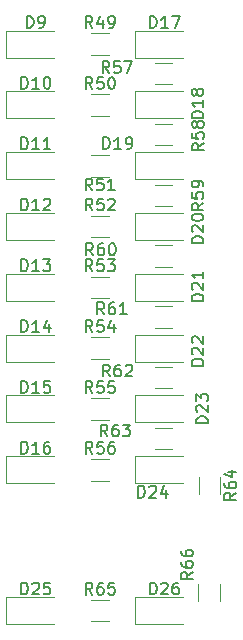
<source format=gbr>
%TF.GenerationSoftware,KiCad,Pcbnew,(6.0.6)*%
%TF.CreationDate,2022-11-26T14:52:17+01:00*%
%TF.ProjectId,wt,77742e6b-6963-4616-945f-706362585858,rev?*%
%TF.SameCoordinates,Original*%
%TF.FileFunction,Legend,Top*%
%TF.FilePolarity,Positive*%
%FSLAX46Y46*%
G04 Gerber Fmt 4.6, Leading zero omitted, Abs format (unit mm)*
G04 Created by KiCad (PCBNEW (6.0.6)) date 2022-11-26 14:52:17*
%MOMM*%
%LPD*%
G01*
G04 APERTURE LIST*
%ADD10C,0.150000*%
%ADD11C,0.120000*%
G04 APERTURE END LIST*
D10*
%TO.C,R65*%
X107586542Y-50450010D02*
X107253209Y-49973820D01*
X107015114Y-50450010D02*
X107015114Y-49450010D01*
X107396066Y-49450010D01*
X107491304Y-49497630D01*
X107538923Y-49545249D01*
X107586542Y-49640487D01*
X107586542Y-49783344D01*
X107538923Y-49878582D01*
X107491304Y-49926201D01*
X107396066Y-49973820D01*
X107015114Y-49973820D01*
X108443685Y-49450010D02*
X108253209Y-49450010D01*
X108157971Y-49497630D01*
X108110352Y-49545249D01*
X108015114Y-49688106D01*
X107967495Y-49878582D01*
X107967495Y-50259534D01*
X108015114Y-50354772D01*
X108062733Y-50402391D01*
X108157971Y-50450010D01*
X108348447Y-50450010D01*
X108443685Y-50402391D01*
X108491304Y-50354772D01*
X108538923Y-50259534D01*
X108538923Y-50021439D01*
X108491304Y-49926201D01*
X108443685Y-49878582D01*
X108348447Y-49830963D01*
X108157971Y-49830963D01*
X108062733Y-49878582D01*
X108015114Y-49926201D01*
X107967495Y-50021439D01*
X109443685Y-49450010D02*
X108967495Y-49450010D01*
X108919876Y-49926201D01*
X108967495Y-49878582D01*
X109062733Y-49830963D01*
X109300828Y-49830963D01*
X109396066Y-49878582D01*
X109443685Y-49926201D01*
X109491304Y-50021439D01*
X109491304Y-50259534D01*
X109443685Y-50354772D01*
X109396066Y-50402391D01*
X109300828Y-50450010D01*
X109062733Y-50450010D01*
X108967495Y-50402391D01*
X108919876Y-50354772D01*
%TO.C,D11*%
X101554114Y-12745980D02*
X101554114Y-11745980D01*
X101792209Y-11745980D01*
X101935066Y-11793600D01*
X102030304Y-11888838D01*
X102077923Y-11984076D01*
X102125542Y-12174552D01*
X102125542Y-12317409D01*
X102077923Y-12507885D01*
X102030304Y-12603123D01*
X101935066Y-12698361D01*
X101792209Y-12745980D01*
X101554114Y-12745980D01*
X103077923Y-12745980D02*
X102506495Y-12745980D01*
X102792209Y-12745980D02*
X102792209Y-11745980D01*
X102696971Y-11888838D01*
X102601733Y-11984076D01*
X102506495Y-12031695D01*
X104030304Y-12745980D02*
X103458876Y-12745980D01*
X103744590Y-12745980D02*
X103744590Y-11745980D01*
X103649352Y-11888838D01*
X103554114Y-11984076D01*
X103458876Y-12031695D01*
%TO.C,R53*%
X107586542Y-23075003D02*
X107253209Y-22598813D01*
X107015114Y-23075003D02*
X107015114Y-22075003D01*
X107396066Y-22075003D01*
X107491304Y-22122623D01*
X107538923Y-22170242D01*
X107586542Y-22265480D01*
X107586542Y-22408337D01*
X107538923Y-22503575D01*
X107491304Y-22551194D01*
X107396066Y-22598813D01*
X107015114Y-22598813D01*
X108491304Y-22075003D02*
X108015114Y-22075003D01*
X107967495Y-22551194D01*
X108015114Y-22503575D01*
X108110352Y-22455956D01*
X108348447Y-22455956D01*
X108443685Y-22503575D01*
X108491304Y-22551194D01*
X108538923Y-22646432D01*
X108538923Y-22884527D01*
X108491304Y-22979765D01*
X108443685Y-23027384D01*
X108348447Y-23075003D01*
X108110352Y-23075003D01*
X108015114Y-23027384D01*
X107967495Y-22979765D01*
X108872257Y-22075003D02*
X109491304Y-22075003D01*
X109157971Y-22455956D01*
X109300828Y-22455956D01*
X109396066Y-22503575D01*
X109443685Y-22551194D01*
X109491304Y-22646432D01*
X109491304Y-22884527D01*
X109443685Y-22979765D01*
X109396066Y-23027384D01*
X109300828Y-23075003D01*
X109015114Y-23075003D01*
X108919876Y-23027384D01*
X108872257Y-22979765D01*
%TO.C,D20*%
X116987580Y-20696085D02*
X115987580Y-20696085D01*
X115987580Y-20457990D01*
X116035200Y-20315133D01*
X116130438Y-20219895D01*
X116225676Y-20172276D01*
X116416152Y-20124657D01*
X116559009Y-20124657D01*
X116749485Y-20172276D01*
X116844723Y-20219895D01*
X116939961Y-20315133D01*
X116987580Y-20457990D01*
X116987580Y-20696085D01*
X116082819Y-19743704D02*
X116035200Y-19696085D01*
X115987580Y-19600847D01*
X115987580Y-19362752D01*
X116035200Y-19267514D01*
X116082819Y-19219895D01*
X116178057Y-19172276D01*
X116273295Y-19172276D01*
X116416152Y-19219895D01*
X116987580Y-19791323D01*
X116987580Y-19172276D01*
X115987580Y-18553228D02*
X115987580Y-18457990D01*
X116035200Y-18362752D01*
X116082819Y-18315133D01*
X116178057Y-18267514D01*
X116368533Y-18219895D01*
X116606628Y-18219895D01*
X116797104Y-18267514D01*
X116892342Y-18315133D01*
X116939961Y-18362752D01*
X116987580Y-18457990D01*
X116987580Y-18553228D01*
X116939961Y-18648466D01*
X116892342Y-18696085D01*
X116797104Y-18743704D01*
X116606628Y-18791323D01*
X116368533Y-18791323D01*
X116178057Y-18743704D01*
X116082819Y-18696085D01*
X116035200Y-18648466D01*
X115987580Y-18553228D01*
%TO.C,D17*%
X112450714Y-2475603D02*
X112450714Y-1475603D01*
X112688809Y-1475603D01*
X112831666Y-1523223D01*
X112926904Y-1618461D01*
X112974523Y-1713699D01*
X113022142Y-1904175D01*
X113022142Y-2047032D01*
X112974523Y-2237508D01*
X112926904Y-2332746D01*
X112831666Y-2427984D01*
X112688809Y-2475603D01*
X112450714Y-2475603D01*
X113974523Y-2475603D02*
X113403095Y-2475603D01*
X113688809Y-2475603D02*
X113688809Y-1475603D01*
X113593571Y-1618461D01*
X113498333Y-1713699D01*
X113403095Y-1761318D01*
X114307857Y-1475603D02*
X114974523Y-1475603D01*
X114545952Y-2475603D01*
%TO.C,D25*%
X101554048Y-50441718D02*
X101554048Y-49441718D01*
X101792143Y-49441718D01*
X101935000Y-49489338D01*
X102030238Y-49584576D01*
X102077857Y-49679814D01*
X102125476Y-49870290D01*
X102125476Y-50013147D01*
X102077857Y-50203623D01*
X102030238Y-50298861D01*
X101935000Y-50394099D01*
X101792143Y-50441718D01*
X101554048Y-50441718D01*
X102506429Y-49536957D02*
X102554048Y-49489338D01*
X102649286Y-49441718D01*
X102887381Y-49441718D01*
X102982619Y-49489338D01*
X103030238Y-49536957D01*
X103077857Y-49632195D01*
X103077857Y-49727433D01*
X103030238Y-49870290D01*
X102458810Y-50441718D01*
X103077857Y-50441718D01*
X103982619Y-49441718D02*
X103506429Y-49441718D01*
X103458810Y-49917909D01*
X103506429Y-49870290D01*
X103601667Y-49822671D01*
X103839762Y-49822671D01*
X103935000Y-49870290D01*
X103982619Y-49917909D01*
X104030238Y-50013147D01*
X104030238Y-50251242D01*
X103982619Y-50346480D01*
X103935000Y-50394099D01*
X103839762Y-50441718D01*
X103601667Y-50441718D01*
X103506429Y-50394099D01*
X103458810Y-50346480D01*
%TO.C,D10*%
X101554048Y-7623380D02*
X101554048Y-6623380D01*
X101792143Y-6623380D01*
X101935000Y-6671000D01*
X102030238Y-6766238D01*
X102077857Y-6861476D01*
X102125476Y-7051952D01*
X102125476Y-7194809D01*
X102077857Y-7385285D01*
X102030238Y-7480523D01*
X101935000Y-7575761D01*
X101792143Y-7623380D01*
X101554048Y-7623380D01*
X103077857Y-7623380D02*
X102506429Y-7623380D01*
X102792143Y-7623380D02*
X102792143Y-6623380D01*
X102696905Y-6766238D01*
X102601667Y-6861476D01*
X102506429Y-6909095D01*
X103696905Y-6623380D02*
X103792143Y-6623380D01*
X103887381Y-6671000D01*
X103935000Y-6718619D01*
X103982619Y-6813857D01*
X104030238Y-7004333D01*
X104030238Y-7242428D01*
X103982619Y-7432904D01*
X103935000Y-7528142D01*
X103887381Y-7575761D01*
X103792143Y-7623380D01*
X103696905Y-7623380D01*
X103601667Y-7575761D01*
X103554048Y-7528142D01*
X103506429Y-7432904D01*
X103458810Y-7242428D01*
X103458810Y-7004333D01*
X103506429Y-6813857D01*
X103554048Y-6718619D01*
X103601667Y-6671000D01*
X103696905Y-6623380D01*
%TO.C,D22*%
X116987580Y-31059285D02*
X115987580Y-31059285D01*
X115987580Y-30821190D01*
X116035200Y-30678333D01*
X116130438Y-30583095D01*
X116225676Y-30535476D01*
X116416152Y-30487857D01*
X116559009Y-30487857D01*
X116749485Y-30535476D01*
X116844723Y-30583095D01*
X116939961Y-30678333D01*
X116987580Y-30821190D01*
X116987580Y-31059285D01*
X116082819Y-30106904D02*
X116035200Y-30059285D01*
X115987580Y-29964047D01*
X115987580Y-29725952D01*
X116035200Y-29630714D01*
X116082819Y-29583095D01*
X116178057Y-29535476D01*
X116273295Y-29535476D01*
X116416152Y-29583095D01*
X116987580Y-30154523D01*
X116987580Y-29535476D01*
X116082819Y-29154523D02*
X116035200Y-29106904D01*
X115987580Y-29011666D01*
X115987580Y-28773571D01*
X116035200Y-28678333D01*
X116082819Y-28630714D01*
X116178057Y-28583095D01*
X116273295Y-28583095D01*
X116416152Y-28630714D01*
X116987580Y-29202142D01*
X116987580Y-28583095D01*
%TO.C,D14*%
X101554048Y-28214488D02*
X101554048Y-27214488D01*
X101792143Y-27214488D01*
X101935000Y-27262108D01*
X102030238Y-27357346D01*
X102077857Y-27452584D01*
X102125476Y-27643060D01*
X102125476Y-27785917D01*
X102077857Y-27976393D01*
X102030238Y-28071631D01*
X101935000Y-28166869D01*
X101792143Y-28214488D01*
X101554048Y-28214488D01*
X103077857Y-28214488D02*
X102506429Y-28214488D01*
X102792143Y-28214488D02*
X102792143Y-27214488D01*
X102696905Y-27357346D01*
X102601667Y-27452584D01*
X102506429Y-27500203D01*
X103935000Y-27547822D02*
X103935000Y-28214488D01*
X103696905Y-27166869D02*
X103458810Y-27881155D01*
X104077857Y-27881155D01*
%TO.C,R54*%
X107586542Y-28222780D02*
X107253209Y-27746590D01*
X107015114Y-28222780D02*
X107015114Y-27222780D01*
X107396066Y-27222780D01*
X107491304Y-27270400D01*
X107538923Y-27318019D01*
X107586542Y-27413257D01*
X107586542Y-27556114D01*
X107538923Y-27651352D01*
X107491304Y-27698971D01*
X107396066Y-27746590D01*
X107015114Y-27746590D01*
X108491304Y-27222780D02*
X108015114Y-27222780D01*
X107967495Y-27698971D01*
X108015114Y-27651352D01*
X108110352Y-27603733D01*
X108348447Y-27603733D01*
X108443685Y-27651352D01*
X108491304Y-27698971D01*
X108538923Y-27794209D01*
X108538923Y-28032304D01*
X108491304Y-28127542D01*
X108443685Y-28175161D01*
X108348447Y-28222780D01*
X108110352Y-28222780D01*
X108015114Y-28175161D01*
X107967495Y-28127542D01*
X109396066Y-27556114D02*
X109396066Y-28222780D01*
X109157971Y-27175161D02*
X108919876Y-27889447D01*
X109538923Y-27889447D01*
%TO.C,D16*%
X101554048Y-38510042D02*
X101554048Y-37510042D01*
X101792143Y-37510042D01*
X101935000Y-37557662D01*
X102030238Y-37652900D01*
X102077857Y-37748138D01*
X102125476Y-37938614D01*
X102125476Y-38081471D01*
X102077857Y-38271947D01*
X102030238Y-38367185D01*
X101935000Y-38462423D01*
X101792143Y-38510042D01*
X101554048Y-38510042D01*
X103077857Y-38510042D02*
X102506429Y-38510042D01*
X102792143Y-38510042D02*
X102792143Y-37510042D01*
X102696905Y-37652900D01*
X102601667Y-37748138D01*
X102506429Y-37795757D01*
X103935000Y-37510042D02*
X103744524Y-37510042D01*
X103649286Y-37557662D01*
X103601667Y-37605281D01*
X103506429Y-37748138D01*
X103458810Y-37938614D01*
X103458810Y-38319566D01*
X103506429Y-38414804D01*
X103554048Y-38462423D01*
X103649286Y-38510042D01*
X103839762Y-38510042D01*
X103935000Y-38462423D01*
X103982619Y-38414804D01*
X104030238Y-38319566D01*
X104030238Y-38081471D01*
X103982619Y-37986233D01*
X103935000Y-37938614D01*
X103839762Y-37890995D01*
X103649286Y-37890995D01*
X103554048Y-37938614D01*
X103506429Y-37986233D01*
X103458810Y-38081471D01*
%TO.C,D26*%
X112450714Y-50441718D02*
X112450714Y-49441718D01*
X112688809Y-49441718D01*
X112831666Y-49489338D01*
X112926904Y-49584576D01*
X112974523Y-49679814D01*
X113022142Y-49870290D01*
X113022142Y-50013147D01*
X112974523Y-50203623D01*
X112926904Y-50298861D01*
X112831666Y-50394099D01*
X112688809Y-50441718D01*
X112450714Y-50441718D01*
X113403095Y-49536957D02*
X113450714Y-49489338D01*
X113545952Y-49441718D01*
X113784047Y-49441718D01*
X113879285Y-49489338D01*
X113926904Y-49536957D01*
X113974523Y-49632195D01*
X113974523Y-49727433D01*
X113926904Y-49870290D01*
X113355476Y-50441718D01*
X113974523Y-50441718D01*
X114831666Y-49441718D02*
X114641190Y-49441718D01*
X114545952Y-49489338D01*
X114498333Y-49536957D01*
X114403095Y-49679814D01*
X114355476Y-49870290D01*
X114355476Y-50251242D01*
X114403095Y-50346480D01*
X114450714Y-50394099D01*
X114545952Y-50441718D01*
X114736428Y-50441718D01*
X114831666Y-50394099D01*
X114879285Y-50346480D01*
X114926904Y-50251242D01*
X114926904Y-50013147D01*
X114879285Y-49917909D01*
X114831666Y-49870290D01*
X114736428Y-49822671D01*
X114545952Y-49822671D01*
X114450714Y-49870290D01*
X114403095Y-49917909D01*
X114355476Y-50013147D01*
%TO.C,R56*%
X107586542Y-38518334D02*
X107253209Y-38042144D01*
X107015114Y-38518334D02*
X107015114Y-37518334D01*
X107396066Y-37518334D01*
X107491304Y-37565954D01*
X107538923Y-37613573D01*
X107586542Y-37708811D01*
X107586542Y-37851668D01*
X107538923Y-37946906D01*
X107491304Y-37994525D01*
X107396066Y-38042144D01*
X107015114Y-38042144D01*
X108491304Y-37518334D02*
X108015114Y-37518334D01*
X107967495Y-37994525D01*
X108015114Y-37946906D01*
X108110352Y-37899287D01*
X108348447Y-37899287D01*
X108443685Y-37946906D01*
X108491304Y-37994525D01*
X108538923Y-38089763D01*
X108538923Y-38327858D01*
X108491304Y-38423096D01*
X108443685Y-38470715D01*
X108348447Y-38518334D01*
X108110352Y-38518334D01*
X108015114Y-38470715D01*
X107967495Y-38423096D01*
X109396066Y-37518334D02*
X109205590Y-37518334D01*
X109110352Y-37565954D01*
X109062733Y-37613573D01*
X108967495Y-37756430D01*
X108919876Y-37946906D01*
X108919876Y-38327858D01*
X108967495Y-38423096D01*
X109015114Y-38470715D01*
X109110352Y-38518334D01*
X109300828Y-38518334D01*
X109396066Y-38470715D01*
X109443685Y-38423096D01*
X109491304Y-38327858D01*
X109491304Y-38089763D01*
X109443685Y-37994525D01*
X109396066Y-37946906D01*
X109300828Y-37899287D01*
X109110352Y-37899287D01*
X109015114Y-37946906D01*
X108967495Y-37994525D01*
X108919876Y-38089763D01*
%TO.C,D18*%
X116987580Y-10104285D02*
X115987580Y-10104285D01*
X115987580Y-9866190D01*
X116035200Y-9723333D01*
X116130438Y-9628095D01*
X116225676Y-9580476D01*
X116416152Y-9532857D01*
X116559009Y-9532857D01*
X116749485Y-9580476D01*
X116844723Y-9628095D01*
X116939961Y-9723333D01*
X116987580Y-9866190D01*
X116987580Y-10104285D01*
X116987580Y-8580476D02*
X116987580Y-9151904D01*
X116987580Y-8866190D02*
X115987580Y-8866190D01*
X116130438Y-8961428D01*
X116225676Y-9056666D01*
X116273295Y-9151904D01*
X116416152Y-8009047D02*
X116368533Y-8104285D01*
X116320914Y-8151904D01*
X116225676Y-8199523D01*
X116178057Y-8199523D01*
X116082819Y-8151904D01*
X116035200Y-8104285D01*
X115987580Y-8009047D01*
X115987580Y-7818571D01*
X116035200Y-7723333D01*
X116082819Y-7675714D01*
X116178057Y-7628095D01*
X116225676Y-7628095D01*
X116320914Y-7675714D01*
X116368533Y-7723333D01*
X116416152Y-7818571D01*
X116416152Y-8009047D01*
X116463771Y-8104285D01*
X116511390Y-8151904D01*
X116606628Y-8199523D01*
X116797104Y-8199523D01*
X116892342Y-8151904D01*
X116939961Y-8104285D01*
X116987580Y-8009047D01*
X116987580Y-7818571D01*
X116939961Y-7723333D01*
X116892342Y-7675714D01*
X116797104Y-7628095D01*
X116606628Y-7628095D01*
X116511390Y-7675714D01*
X116463771Y-7723333D01*
X116416152Y-7818571D01*
%TO.C,R52*%
X107586542Y-17927226D02*
X107253209Y-17451036D01*
X107015114Y-17927226D02*
X107015114Y-16927226D01*
X107396066Y-16927226D01*
X107491304Y-16974846D01*
X107538923Y-17022465D01*
X107586542Y-17117703D01*
X107586542Y-17260560D01*
X107538923Y-17355798D01*
X107491304Y-17403417D01*
X107396066Y-17451036D01*
X107015114Y-17451036D01*
X108491304Y-16927226D02*
X108015114Y-16927226D01*
X107967495Y-17403417D01*
X108015114Y-17355798D01*
X108110352Y-17308179D01*
X108348447Y-17308179D01*
X108443685Y-17355798D01*
X108491304Y-17403417D01*
X108538923Y-17498655D01*
X108538923Y-17736750D01*
X108491304Y-17831988D01*
X108443685Y-17879607D01*
X108348447Y-17927226D01*
X108110352Y-17927226D01*
X108015114Y-17879607D01*
X107967495Y-17831988D01*
X108919876Y-17022465D02*
X108967495Y-16974846D01*
X109062733Y-16927226D01*
X109300828Y-16927226D01*
X109396066Y-16974846D01*
X109443685Y-17022465D01*
X109491304Y-17117703D01*
X109491304Y-17212941D01*
X109443685Y-17355798D01*
X108872257Y-17927226D01*
X109491304Y-17927226D01*
%TO.C,R58*%
X117012980Y-12250657D02*
X116536790Y-12583990D01*
X117012980Y-12822085D02*
X116012980Y-12822085D01*
X116012980Y-12441133D01*
X116060600Y-12345895D01*
X116108219Y-12298276D01*
X116203457Y-12250657D01*
X116346314Y-12250657D01*
X116441552Y-12298276D01*
X116489171Y-12345895D01*
X116536790Y-12441133D01*
X116536790Y-12822085D01*
X116012980Y-11345895D02*
X116012980Y-11822085D01*
X116489171Y-11869704D01*
X116441552Y-11822085D01*
X116393933Y-11726847D01*
X116393933Y-11488752D01*
X116441552Y-11393514D01*
X116489171Y-11345895D01*
X116584409Y-11298276D01*
X116822504Y-11298276D01*
X116917742Y-11345895D01*
X116965361Y-11393514D01*
X117012980Y-11488752D01*
X117012980Y-11726847D01*
X116965361Y-11822085D01*
X116917742Y-11869704D01*
X116441552Y-10726847D02*
X116393933Y-10822085D01*
X116346314Y-10869704D01*
X116251076Y-10917323D01*
X116203457Y-10917323D01*
X116108219Y-10869704D01*
X116060600Y-10822085D01*
X116012980Y-10726847D01*
X116012980Y-10536371D01*
X116060600Y-10441133D01*
X116108219Y-10393514D01*
X116203457Y-10345895D01*
X116251076Y-10345895D01*
X116346314Y-10393514D01*
X116393933Y-10441133D01*
X116441552Y-10536371D01*
X116441552Y-10726847D01*
X116489171Y-10822085D01*
X116536790Y-10869704D01*
X116632028Y-10917323D01*
X116822504Y-10917323D01*
X116917742Y-10869704D01*
X116965361Y-10822085D01*
X117012980Y-10726847D01*
X117012980Y-10536371D01*
X116965361Y-10441133D01*
X116917742Y-10393514D01*
X116822504Y-10345895D01*
X116632028Y-10345895D01*
X116536790Y-10393514D01*
X116489171Y-10441133D01*
X116441552Y-10536371D01*
%TO.C,D21*%
X116987580Y-25572885D02*
X115987580Y-25572885D01*
X115987580Y-25334790D01*
X116035200Y-25191933D01*
X116130438Y-25096695D01*
X116225676Y-25049076D01*
X116416152Y-25001457D01*
X116559009Y-25001457D01*
X116749485Y-25049076D01*
X116844723Y-25096695D01*
X116939961Y-25191933D01*
X116987580Y-25334790D01*
X116987580Y-25572885D01*
X116082819Y-24620504D02*
X116035200Y-24572885D01*
X115987580Y-24477647D01*
X115987580Y-24239552D01*
X116035200Y-24144314D01*
X116082819Y-24096695D01*
X116178057Y-24049076D01*
X116273295Y-24049076D01*
X116416152Y-24096695D01*
X116987580Y-24668123D01*
X116987580Y-24049076D01*
X116987580Y-23096695D02*
X116987580Y-23668123D01*
X116987580Y-23382409D02*
X115987580Y-23382409D01*
X116130438Y-23477647D01*
X116225676Y-23572885D01*
X116273295Y-23668123D01*
%TO.C,R55*%
X107586542Y-33370557D02*
X107253209Y-32894367D01*
X107015114Y-33370557D02*
X107015114Y-32370557D01*
X107396066Y-32370557D01*
X107491304Y-32418177D01*
X107538923Y-32465796D01*
X107586542Y-32561034D01*
X107586542Y-32703891D01*
X107538923Y-32799129D01*
X107491304Y-32846748D01*
X107396066Y-32894367D01*
X107015114Y-32894367D01*
X108491304Y-32370557D02*
X108015114Y-32370557D01*
X107967495Y-32846748D01*
X108015114Y-32799129D01*
X108110352Y-32751510D01*
X108348447Y-32751510D01*
X108443685Y-32799129D01*
X108491304Y-32846748D01*
X108538923Y-32941986D01*
X108538923Y-33180081D01*
X108491304Y-33275319D01*
X108443685Y-33322938D01*
X108348447Y-33370557D01*
X108110352Y-33370557D01*
X108015114Y-33322938D01*
X107967495Y-33275319D01*
X109443685Y-32370557D02*
X108967495Y-32370557D01*
X108919876Y-32846748D01*
X108967495Y-32799129D01*
X109062733Y-32751510D01*
X109300828Y-32751510D01*
X109396066Y-32799129D01*
X109443685Y-32846748D01*
X109491304Y-32941986D01*
X109491304Y-33180081D01*
X109443685Y-33275319D01*
X109396066Y-33322938D01*
X109300828Y-33370557D01*
X109062733Y-33370557D01*
X108967495Y-33322938D01*
X108919876Y-33275319D01*
%TO.C,D24*%
X111460114Y-42235380D02*
X111460114Y-41235380D01*
X111698209Y-41235380D01*
X111841066Y-41283000D01*
X111936304Y-41378238D01*
X111983923Y-41473476D01*
X112031542Y-41663952D01*
X112031542Y-41806809D01*
X111983923Y-41997285D01*
X111936304Y-42092523D01*
X111841066Y-42187761D01*
X111698209Y-42235380D01*
X111460114Y-42235380D01*
X112412495Y-41330619D02*
X112460114Y-41283000D01*
X112555352Y-41235380D01*
X112793447Y-41235380D01*
X112888685Y-41283000D01*
X112936304Y-41330619D01*
X112983923Y-41425857D01*
X112983923Y-41521095D01*
X112936304Y-41663952D01*
X112364876Y-42235380D01*
X112983923Y-42235380D01*
X113841066Y-41568714D02*
X113841066Y-42235380D01*
X113602971Y-41187761D02*
X113364876Y-41902047D01*
X113983923Y-41902047D01*
%TO.C,D19*%
X108488314Y-12720580D02*
X108488314Y-11720580D01*
X108726409Y-11720580D01*
X108869266Y-11768200D01*
X108964504Y-11863438D01*
X109012123Y-11958676D01*
X109059742Y-12149152D01*
X109059742Y-12292009D01*
X109012123Y-12482485D01*
X108964504Y-12577723D01*
X108869266Y-12672961D01*
X108726409Y-12720580D01*
X108488314Y-12720580D01*
X110012123Y-12720580D02*
X109440695Y-12720580D01*
X109726409Y-12720580D02*
X109726409Y-11720580D01*
X109631171Y-11863438D01*
X109535933Y-11958676D01*
X109440695Y-12006295D01*
X110488314Y-12720580D02*
X110678790Y-12720580D01*
X110774028Y-12672961D01*
X110821647Y-12625342D01*
X110916885Y-12482485D01*
X110964504Y-12292009D01*
X110964504Y-11911057D01*
X110916885Y-11815819D01*
X110869266Y-11768200D01*
X110774028Y-11720580D01*
X110583552Y-11720580D01*
X110488314Y-11768200D01*
X110440695Y-11815819D01*
X110393076Y-11911057D01*
X110393076Y-12149152D01*
X110440695Y-12244390D01*
X110488314Y-12292009D01*
X110583552Y-12339628D01*
X110774028Y-12339628D01*
X110869266Y-12292009D01*
X110916885Y-12244390D01*
X110964504Y-12149152D01*
%TO.C,R61*%
X108577142Y-26715980D02*
X108243809Y-26239790D01*
X108005714Y-26715980D02*
X108005714Y-25715980D01*
X108386666Y-25715980D01*
X108481904Y-25763600D01*
X108529523Y-25811219D01*
X108577142Y-25906457D01*
X108577142Y-26049314D01*
X108529523Y-26144552D01*
X108481904Y-26192171D01*
X108386666Y-26239790D01*
X108005714Y-26239790D01*
X109434285Y-25715980D02*
X109243809Y-25715980D01*
X109148571Y-25763600D01*
X109100952Y-25811219D01*
X109005714Y-25954076D01*
X108958095Y-26144552D01*
X108958095Y-26525504D01*
X109005714Y-26620742D01*
X109053333Y-26668361D01*
X109148571Y-26715980D01*
X109339047Y-26715980D01*
X109434285Y-26668361D01*
X109481904Y-26620742D01*
X109529523Y-26525504D01*
X109529523Y-26287409D01*
X109481904Y-26192171D01*
X109434285Y-26144552D01*
X109339047Y-26096933D01*
X109148571Y-26096933D01*
X109053333Y-26144552D01*
X109005714Y-26192171D01*
X108958095Y-26287409D01*
X110481904Y-26715980D02*
X109910476Y-26715980D01*
X110196190Y-26715980D02*
X110196190Y-25715980D01*
X110100952Y-25858838D01*
X110005714Y-25954076D01*
X109910476Y-26001695D01*
%TO.C,R63*%
X108856542Y-37053780D02*
X108523209Y-36577590D01*
X108285114Y-37053780D02*
X108285114Y-36053780D01*
X108666066Y-36053780D01*
X108761304Y-36101400D01*
X108808923Y-36149019D01*
X108856542Y-36244257D01*
X108856542Y-36387114D01*
X108808923Y-36482352D01*
X108761304Y-36529971D01*
X108666066Y-36577590D01*
X108285114Y-36577590D01*
X109713685Y-36053780D02*
X109523209Y-36053780D01*
X109427971Y-36101400D01*
X109380352Y-36149019D01*
X109285114Y-36291876D01*
X109237495Y-36482352D01*
X109237495Y-36863304D01*
X109285114Y-36958542D01*
X109332733Y-37006161D01*
X109427971Y-37053780D01*
X109618447Y-37053780D01*
X109713685Y-37006161D01*
X109761304Y-36958542D01*
X109808923Y-36863304D01*
X109808923Y-36625209D01*
X109761304Y-36529971D01*
X109713685Y-36482352D01*
X109618447Y-36434733D01*
X109427971Y-36434733D01*
X109332733Y-36482352D01*
X109285114Y-36529971D01*
X109237495Y-36625209D01*
X110142257Y-36053780D02*
X110761304Y-36053780D01*
X110427971Y-36434733D01*
X110570828Y-36434733D01*
X110666066Y-36482352D01*
X110713685Y-36529971D01*
X110761304Y-36625209D01*
X110761304Y-36863304D01*
X110713685Y-36958542D01*
X110666066Y-37006161D01*
X110570828Y-37053780D01*
X110285114Y-37053780D01*
X110189876Y-37006161D01*
X110142257Y-36958542D01*
%TO.C,D15*%
X101554048Y-33362265D02*
X101554048Y-32362265D01*
X101792143Y-32362265D01*
X101935000Y-32409885D01*
X102030238Y-32505123D01*
X102077857Y-32600361D01*
X102125476Y-32790837D01*
X102125476Y-32933694D01*
X102077857Y-33124170D01*
X102030238Y-33219408D01*
X101935000Y-33314646D01*
X101792143Y-33362265D01*
X101554048Y-33362265D01*
X103077857Y-33362265D02*
X102506429Y-33362265D01*
X102792143Y-33362265D02*
X102792143Y-32362265D01*
X102696905Y-32505123D01*
X102601667Y-32600361D01*
X102506429Y-32647980D01*
X103982619Y-32362265D02*
X103506429Y-32362265D01*
X103458810Y-32838456D01*
X103506429Y-32790837D01*
X103601667Y-32743218D01*
X103839762Y-32743218D01*
X103935000Y-32790837D01*
X103982619Y-32838456D01*
X104030238Y-32933694D01*
X104030238Y-33171789D01*
X103982619Y-33267027D01*
X103935000Y-33314646D01*
X103839762Y-33362265D01*
X103601667Y-33362265D01*
X103506429Y-33314646D01*
X103458810Y-33267027D01*
%TO.C,R49*%
X107586542Y-2483895D02*
X107253209Y-2007705D01*
X107015114Y-2483895D02*
X107015114Y-1483895D01*
X107396066Y-1483895D01*
X107491304Y-1531515D01*
X107538923Y-1579134D01*
X107586542Y-1674372D01*
X107586542Y-1817229D01*
X107538923Y-1912467D01*
X107491304Y-1960086D01*
X107396066Y-2007705D01*
X107015114Y-2007705D01*
X108443685Y-1817229D02*
X108443685Y-2483895D01*
X108205590Y-1436276D02*
X107967495Y-2150562D01*
X108586542Y-2150562D01*
X109015114Y-2483895D02*
X109205590Y-2483895D01*
X109300828Y-2436276D01*
X109348447Y-2388657D01*
X109443685Y-2245800D01*
X109491304Y-2055324D01*
X109491304Y-1674372D01*
X109443685Y-1579134D01*
X109396066Y-1531515D01*
X109300828Y-1483895D01*
X109110352Y-1483895D01*
X109015114Y-1531515D01*
X108967495Y-1579134D01*
X108919876Y-1674372D01*
X108919876Y-1912467D01*
X108967495Y-2007705D01*
X109015114Y-2055324D01*
X109110352Y-2102943D01*
X109300828Y-2102943D01*
X109396066Y-2055324D01*
X109443685Y-2007705D01*
X109491304Y-1912467D01*
%TO.C,R50*%
X107586542Y-7631672D02*
X107253209Y-7155482D01*
X107015114Y-7631672D02*
X107015114Y-6631672D01*
X107396066Y-6631672D01*
X107491304Y-6679292D01*
X107538923Y-6726911D01*
X107586542Y-6822149D01*
X107586542Y-6965006D01*
X107538923Y-7060244D01*
X107491304Y-7107863D01*
X107396066Y-7155482D01*
X107015114Y-7155482D01*
X108491304Y-6631672D02*
X108015114Y-6631672D01*
X107967495Y-7107863D01*
X108015114Y-7060244D01*
X108110352Y-7012625D01*
X108348447Y-7012625D01*
X108443685Y-7060244D01*
X108491304Y-7107863D01*
X108538923Y-7203101D01*
X108538923Y-7441196D01*
X108491304Y-7536434D01*
X108443685Y-7584053D01*
X108348447Y-7631672D01*
X108110352Y-7631672D01*
X108015114Y-7584053D01*
X107967495Y-7536434D01*
X109157971Y-6631672D02*
X109253209Y-6631672D01*
X109348447Y-6679292D01*
X109396066Y-6726911D01*
X109443685Y-6822149D01*
X109491304Y-7012625D01*
X109491304Y-7250720D01*
X109443685Y-7441196D01*
X109396066Y-7536434D01*
X109348447Y-7584053D01*
X109253209Y-7631672D01*
X109157971Y-7631672D01*
X109062733Y-7584053D01*
X109015114Y-7536434D01*
X108967495Y-7441196D01*
X108919876Y-7250720D01*
X108919876Y-7012625D01*
X108967495Y-6822149D01*
X109015114Y-6726911D01*
X109062733Y-6679292D01*
X109157971Y-6631672D01*
%TO.C,R62*%
X109059742Y-31973780D02*
X108726409Y-31497590D01*
X108488314Y-31973780D02*
X108488314Y-30973780D01*
X108869266Y-30973780D01*
X108964504Y-31021400D01*
X109012123Y-31069019D01*
X109059742Y-31164257D01*
X109059742Y-31307114D01*
X109012123Y-31402352D01*
X108964504Y-31449971D01*
X108869266Y-31497590D01*
X108488314Y-31497590D01*
X109916885Y-30973780D02*
X109726409Y-30973780D01*
X109631171Y-31021400D01*
X109583552Y-31069019D01*
X109488314Y-31211876D01*
X109440695Y-31402352D01*
X109440695Y-31783304D01*
X109488314Y-31878542D01*
X109535933Y-31926161D01*
X109631171Y-31973780D01*
X109821647Y-31973780D01*
X109916885Y-31926161D01*
X109964504Y-31878542D01*
X110012123Y-31783304D01*
X110012123Y-31545209D01*
X109964504Y-31449971D01*
X109916885Y-31402352D01*
X109821647Y-31354733D01*
X109631171Y-31354733D01*
X109535933Y-31402352D01*
X109488314Y-31449971D01*
X109440695Y-31545209D01*
X110393076Y-31069019D02*
X110440695Y-31021400D01*
X110535933Y-30973780D01*
X110774028Y-30973780D01*
X110869266Y-31021400D01*
X110916885Y-31069019D01*
X110964504Y-31164257D01*
X110964504Y-31259495D01*
X110916885Y-31402352D01*
X110345457Y-31973780D01*
X110964504Y-31973780D01*
%TO.C,R60*%
X107637342Y-21712180D02*
X107304009Y-21235990D01*
X107065914Y-21712180D02*
X107065914Y-20712180D01*
X107446866Y-20712180D01*
X107542104Y-20759800D01*
X107589723Y-20807419D01*
X107637342Y-20902657D01*
X107637342Y-21045514D01*
X107589723Y-21140752D01*
X107542104Y-21188371D01*
X107446866Y-21235990D01*
X107065914Y-21235990D01*
X108494485Y-20712180D02*
X108304009Y-20712180D01*
X108208771Y-20759800D01*
X108161152Y-20807419D01*
X108065914Y-20950276D01*
X108018295Y-21140752D01*
X108018295Y-21521704D01*
X108065914Y-21616942D01*
X108113533Y-21664561D01*
X108208771Y-21712180D01*
X108399247Y-21712180D01*
X108494485Y-21664561D01*
X108542104Y-21616942D01*
X108589723Y-21521704D01*
X108589723Y-21283609D01*
X108542104Y-21188371D01*
X108494485Y-21140752D01*
X108399247Y-21093133D01*
X108208771Y-21093133D01*
X108113533Y-21140752D01*
X108065914Y-21188371D01*
X108018295Y-21283609D01*
X109208771Y-20712180D02*
X109304009Y-20712180D01*
X109399247Y-20759800D01*
X109446866Y-20807419D01*
X109494485Y-20902657D01*
X109542104Y-21093133D01*
X109542104Y-21331228D01*
X109494485Y-21521704D01*
X109446866Y-21616942D01*
X109399247Y-21664561D01*
X109304009Y-21712180D01*
X109208771Y-21712180D01*
X109113533Y-21664561D01*
X109065914Y-21616942D01*
X109018295Y-21521704D01*
X108970676Y-21331228D01*
X108970676Y-21093133D01*
X109018295Y-20902657D01*
X109065914Y-20807419D01*
X109113533Y-20759800D01*
X109208771Y-20712180D01*
%TO.C,D12*%
X101554048Y-17918934D02*
X101554048Y-16918934D01*
X101792143Y-16918934D01*
X101935000Y-16966554D01*
X102030238Y-17061792D01*
X102077857Y-17157030D01*
X102125476Y-17347506D01*
X102125476Y-17490363D01*
X102077857Y-17680839D01*
X102030238Y-17776077D01*
X101935000Y-17871315D01*
X101792143Y-17918934D01*
X101554048Y-17918934D01*
X103077857Y-17918934D02*
X102506429Y-17918934D01*
X102792143Y-17918934D02*
X102792143Y-16918934D01*
X102696905Y-17061792D01*
X102601667Y-17157030D01*
X102506429Y-17204649D01*
X103458810Y-17014173D02*
X103506429Y-16966554D01*
X103601667Y-16918934D01*
X103839762Y-16918934D01*
X103935000Y-16966554D01*
X103982619Y-17014173D01*
X104030238Y-17109411D01*
X104030238Y-17204649D01*
X103982619Y-17347506D01*
X103411191Y-17918934D01*
X104030238Y-17918934D01*
%TO.C,R51*%
X107576330Y-16226985D02*
X107242997Y-15750795D01*
X107004902Y-16226985D02*
X107004902Y-15226985D01*
X107385854Y-15226985D01*
X107481092Y-15274605D01*
X107528711Y-15322224D01*
X107576330Y-15417462D01*
X107576330Y-15560319D01*
X107528711Y-15655557D01*
X107481092Y-15703176D01*
X107385854Y-15750795D01*
X107004902Y-15750795D01*
X108481092Y-15226985D02*
X108004902Y-15226985D01*
X107957283Y-15703176D01*
X108004902Y-15655557D01*
X108100140Y-15607938D01*
X108338235Y-15607938D01*
X108433473Y-15655557D01*
X108481092Y-15703176D01*
X108528711Y-15798414D01*
X108528711Y-16036509D01*
X108481092Y-16131747D01*
X108433473Y-16179366D01*
X108338235Y-16226985D01*
X108100140Y-16226985D01*
X108004902Y-16179366D01*
X107957283Y-16131747D01*
X109481092Y-16226985D02*
X108909664Y-16226985D01*
X109195378Y-16226985D02*
X109195378Y-15226985D01*
X109100140Y-15369843D01*
X109004902Y-15465081D01*
X108909664Y-15512700D01*
%TO.C,D13*%
X101554048Y-23066711D02*
X101554048Y-22066711D01*
X101792143Y-22066711D01*
X101935000Y-22114331D01*
X102030238Y-22209569D01*
X102077857Y-22304807D01*
X102125476Y-22495283D01*
X102125476Y-22638140D01*
X102077857Y-22828616D01*
X102030238Y-22923854D01*
X101935000Y-23019092D01*
X101792143Y-23066711D01*
X101554048Y-23066711D01*
X103077857Y-23066711D02*
X102506429Y-23066711D01*
X102792143Y-23066711D02*
X102792143Y-22066711D01*
X102696905Y-22209569D01*
X102601667Y-22304807D01*
X102506429Y-22352426D01*
X103411191Y-22066711D02*
X104030238Y-22066711D01*
X103696905Y-22447664D01*
X103839762Y-22447664D01*
X103935000Y-22495283D01*
X103982619Y-22542902D01*
X104030238Y-22638140D01*
X104030238Y-22876235D01*
X103982619Y-22971473D01*
X103935000Y-23019092D01*
X103839762Y-23066711D01*
X103554048Y-23066711D01*
X103458810Y-23019092D01*
X103411191Y-22971473D01*
%TO.C,R57*%
X109008942Y-6294380D02*
X108675609Y-5818190D01*
X108437514Y-6294380D02*
X108437514Y-5294380D01*
X108818466Y-5294380D01*
X108913704Y-5342000D01*
X108961323Y-5389619D01*
X109008942Y-5484857D01*
X109008942Y-5627714D01*
X108961323Y-5722952D01*
X108913704Y-5770571D01*
X108818466Y-5818190D01*
X108437514Y-5818190D01*
X109913704Y-5294380D02*
X109437514Y-5294380D01*
X109389895Y-5770571D01*
X109437514Y-5722952D01*
X109532752Y-5675333D01*
X109770847Y-5675333D01*
X109866085Y-5722952D01*
X109913704Y-5770571D01*
X109961323Y-5865809D01*
X109961323Y-6103904D01*
X109913704Y-6199142D01*
X109866085Y-6246761D01*
X109770847Y-6294380D01*
X109532752Y-6294380D01*
X109437514Y-6246761D01*
X109389895Y-6199142D01*
X110294657Y-5294380D02*
X110961323Y-5294380D01*
X110532752Y-6294380D01*
%TO.C,D9*%
X102030238Y-2475603D02*
X102030238Y-1475603D01*
X102268334Y-1475603D01*
X102411191Y-1523223D01*
X102506429Y-1618461D01*
X102554048Y-1713699D01*
X102601667Y-1904175D01*
X102601667Y-2047032D01*
X102554048Y-2237508D01*
X102506429Y-2332746D01*
X102411191Y-2427984D01*
X102268334Y-2475603D01*
X102030238Y-2475603D01*
X103077857Y-2475603D02*
X103268334Y-2475603D01*
X103363572Y-2427984D01*
X103411191Y-2380365D01*
X103506429Y-2237508D01*
X103554048Y-2047032D01*
X103554048Y-1666080D01*
X103506429Y-1570842D01*
X103458810Y-1523223D01*
X103363572Y-1475603D01*
X103173095Y-1475603D01*
X103077857Y-1523223D01*
X103030238Y-1570842D01*
X102982619Y-1666080D01*
X102982619Y-1904175D01*
X103030238Y-1999413D01*
X103077857Y-2047032D01*
X103173095Y-2094651D01*
X103363572Y-2094651D01*
X103458810Y-2047032D01*
X103506429Y-1999413D01*
X103554048Y-1904175D01*
%TO.C,R64*%
X119747380Y-41841057D02*
X119271190Y-42174390D01*
X119747380Y-42412485D02*
X118747380Y-42412485D01*
X118747380Y-42031533D01*
X118795000Y-41936295D01*
X118842619Y-41888676D01*
X118937857Y-41841057D01*
X119080714Y-41841057D01*
X119175952Y-41888676D01*
X119223571Y-41936295D01*
X119271190Y-42031533D01*
X119271190Y-42412485D01*
X118747380Y-40983914D02*
X118747380Y-41174390D01*
X118795000Y-41269628D01*
X118842619Y-41317247D01*
X118985476Y-41412485D01*
X119175952Y-41460104D01*
X119556904Y-41460104D01*
X119652142Y-41412485D01*
X119699761Y-41364866D01*
X119747380Y-41269628D01*
X119747380Y-41079152D01*
X119699761Y-40983914D01*
X119652142Y-40936295D01*
X119556904Y-40888676D01*
X119318809Y-40888676D01*
X119223571Y-40936295D01*
X119175952Y-40983914D01*
X119128333Y-41079152D01*
X119128333Y-41269628D01*
X119175952Y-41364866D01*
X119223571Y-41412485D01*
X119318809Y-41460104D01*
X119080714Y-40031533D02*
X119747380Y-40031533D01*
X118699761Y-40269628D02*
X119414047Y-40507723D01*
X119414047Y-39888676D01*
%TO.C,D23*%
X117368580Y-35936085D02*
X116368580Y-35936085D01*
X116368580Y-35697990D01*
X116416200Y-35555133D01*
X116511438Y-35459895D01*
X116606676Y-35412276D01*
X116797152Y-35364657D01*
X116940009Y-35364657D01*
X117130485Y-35412276D01*
X117225723Y-35459895D01*
X117320961Y-35555133D01*
X117368580Y-35697990D01*
X117368580Y-35936085D01*
X116463819Y-34983704D02*
X116416200Y-34936085D01*
X116368580Y-34840847D01*
X116368580Y-34602752D01*
X116416200Y-34507514D01*
X116463819Y-34459895D01*
X116559057Y-34412276D01*
X116654295Y-34412276D01*
X116797152Y-34459895D01*
X117368580Y-35031323D01*
X117368580Y-34412276D01*
X116368580Y-34078942D02*
X116368580Y-33459895D01*
X116749533Y-33793228D01*
X116749533Y-33650371D01*
X116797152Y-33555133D01*
X116844771Y-33507514D01*
X116940009Y-33459895D01*
X117178104Y-33459895D01*
X117273342Y-33507514D01*
X117320961Y-33555133D01*
X117368580Y-33650371D01*
X117368580Y-33936085D01*
X117320961Y-34031323D01*
X117273342Y-34078942D01*
%TO.C,R66*%
X116098580Y-48547257D02*
X115622390Y-48880590D01*
X116098580Y-49118685D02*
X115098580Y-49118685D01*
X115098580Y-48737733D01*
X115146200Y-48642495D01*
X115193819Y-48594876D01*
X115289057Y-48547257D01*
X115431914Y-48547257D01*
X115527152Y-48594876D01*
X115574771Y-48642495D01*
X115622390Y-48737733D01*
X115622390Y-49118685D01*
X115098580Y-47690114D02*
X115098580Y-47880590D01*
X115146200Y-47975828D01*
X115193819Y-48023447D01*
X115336676Y-48118685D01*
X115527152Y-48166304D01*
X115908104Y-48166304D01*
X116003342Y-48118685D01*
X116050961Y-48071066D01*
X116098580Y-47975828D01*
X116098580Y-47785352D01*
X116050961Y-47690114D01*
X116003342Y-47642495D01*
X115908104Y-47594876D01*
X115670009Y-47594876D01*
X115574771Y-47642495D01*
X115527152Y-47690114D01*
X115479533Y-47785352D01*
X115479533Y-47975828D01*
X115527152Y-48071066D01*
X115574771Y-48118685D01*
X115670009Y-48166304D01*
X115098580Y-46737733D02*
X115098580Y-46928209D01*
X115146200Y-47023447D01*
X115193819Y-47071066D01*
X115336676Y-47166304D01*
X115527152Y-47213923D01*
X115908104Y-47213923D01*
X116003342Y-47166304D01*
X116050961Y-47118685D01*
X116098580Y-47023447D01*
X116098580Y-46832971D01*
X116050961Y-46737733D01*
X116003342Y-46690114D01*
X115908104Y-46642495D01*
X115670009Y-46642495D01*
X115574771Y-46690114D01*
X115527152Y-46737733D01*
X115479533Y-46832971D01*
X115479533Y-47023447D01*
X115527152Y-47118685D01*
X115574771Y-47166304D01*
X115670009Y-47213923D01*
%TO.C,R59*%
X116987580Y-17305257D02*
X116511390Y-17638590D01*
X116987580Y-17876685D02*
X115987580Y-17876685D01*
X115987580Y-17495733D01*
X116035200Y-17400495D01*
X116082819Y-17352876D01*
X116178057Y-17305257D01*
X116320914Y-17305257D01*
X116416152Y-17352876D01*
X116463771Y-17400495D01*
X116511390Y-17495733D01*
X116511390Y-17876685D01*
X115987580Y-16400495D02*
X115987580Y-16876685D01*
X116463771Y-16924304D01*
X116416152Y-16876685D01*
X116368533Y-16781447D01*
X116368533Y-16543352D01*
X116416152Y-16448114D01*
X116463771Y-16400495D01*
X116559009Y-16352876D01*
X116797104Y-16352876D01*
X116892342Y-16400495D01*
X116939961Y-16448114D01*
X116987580Y-16543352D01*
X116987580Y-16781447D01*
X116939961Y-16876685D01*
X116892342Y-16924304D01*
X116987580Y-15876685D02*
X116987580Y-15686209D01*
X116939961Y-15590971D01*
X116892342Y-15543352D01*
X116749485Y-15448114D01*
X116559009Y-15400495D01*
X116178057Y-15400495D01*
X116082819Y-15448114D01*
X116035200Y-15495733D01*
X115987580Y-15590971D01*
X115987580Y-15781447D01*
X116035200Y-15876685D01*
X116082819Y-15924304D01*
X116178057Y-15971923D01*
X116416152Y-15971923D01*
X116511390Y-15924304D01*
X116559009Y-15876685D01*
X116606628Y-15781447D01*
X116606628Y-15590971D01*
X116559009Y-15495733D01*
X116511390Y-15448114D01*
X116416152Y-15400495D01*
D11*
%TO.C,R65*%
X107502336Y-52727630D02*
X108956464Y-52727630D01*
X107502336Y-50907630D02*
X108956464Y-50907630D01*
%TO.C,D11*%
X100308334Y-15273777D02*
X104368334Y-15273777D01*
X100308334Y-13003777D02*
X100308334Y-15273777D01*
X104368334Y-13003777D02*
X100308334Y-13003777D01*
%TO.C,R53*%
X107502336Y-25352623D02*
X108956464Y-25352623D01*
X107502336Y-23532623D02*
X108956464Y-23532623D01*
%TO.C,D20*%
X115265000Y-18151554D02*
X111205000Y-18151554D01*
X111205000Y-18151554D02*
X111205000Y-20421554D01*
X111205000Y-20421554D02*
X115265000Y-20421554D01*
%TO.C,D17*%
X111205000Y-4978223D02*
X115265000Y-4978223D01*
X111205000Y-2708223D02*
X111205000Y-4978223D01*
X115265000Y-2708223D02*
X111205000Y-2708223D01*
%TO.C,D25*%
X104368334Y-50674338D02*
X100308334Y-50674338D01*
X100308334Y-50674338D02*
X100308334Y-52944338D01*
X100308334Y-52944338D02*
X104368334Y-52944338D01*
%TO.C,D10*%
X100308334Y-7856000D02*
X100308334Y-10126000D01*
X100308334Y-10126000D02*
X104368334Y-10126000D01*
X104368334Y-7856000D02*
X100308334Y-7856000D01*
%TO.C,D22*%
X115265000Y-28447108D02*
X111205000Y-28447108D01*
X111205000Y-30717108D02*
X115265000Y-30717108D01*
X111205000Y-28447108D02*
X111205000Y-30717108D01*
%TO.C,D14*%
X100308334Y-28447108D02*
X100308334Y-30717108D01*
X104368334Y-28447108D02*
X100308334Y-28447108D01*
X100308334Y-30717108D02*
X104368334Y-30717108D01*
%TO.C,R54*%
X107502336Y-28680400D02*
X108956464Y-28680400D01*
X107502336Y-30500400D02*
X108956464Y-30500400D01*
%TO.C,D16*%
X100308334Y-41012662D02*
X104368334Y-41012662D01*
X104368334Y-38742662D02*
X100308334Y-38742662D01*
X100308334Y-38742662D02*
X100308334Y-41012662D01*
%TO.C,D26*%
X115265000Y-50674338D02*
X111205000Y-50674338D01*
X111205000Y-52944338D02*
X115265000Y-52944338D01*
X111205000Y-50674338D02*
X111205000Y-52944338D01*
%TO.C,R56*%
X107502336Y-40795954D02*
X108956464Y-40795954D01*
X107502336Y-38975954D02*
X108956464Y-38975954D01*
%TO.C,D18*%
X111205000Y-7856000D02*
X111205000Y-10126000D01*
X115265000Y-7856000D02*
X111205000Y-7856000D01*
X111205000Y-10126000D02*
X115265000Y-10126000D01*
%TO.C,R52*%
X107502336Y-18384846D02*
X108956464Y-18384846D01*
X107502336Y-20204846D02*
X108956464Y-20204846D01*
%TO.C,R58*%
X112861736Y-10586915D02*
X114315864Y-10586915D01*
X112861736Y-12406915D02*
X114315864Y-12406915D01*
%TO.C,D21*%
X111205000Y-23299331D02*
X111205000Y-25569331D01*
X111205000Y-25569331D02*
X115265000Y-25569331D01*
X115265000Y-23299331D02*
X111205000Y-23299331D01*
%TO.C,R55*%
X107502336Y-33828177D02*
X108956464Y-33828177D01*
X107502336Y-35648177D02*
X108956464Y-35648177D01*
%TO.C,D24*%
X115265000Y-38742662D02*
X111205000Y-38742662D01*
X111205000Y-38742662D02*
X111205000Y-41012662D01*
X111205000Y-41012662D02*
X115265000Y-41012662D01*
%TO.C,D19*%
X111205000Y-13003777D02*
X111205000Y-15273777D01*
X115265000Y-13003777D02*
X111205000Y-13003777D01*
X111205000Y-15273777D02*
X115265000Y-15273777D01*
%TO.C,R61*%
X112861736Y-26030246D02*
X114315864Y-26030246D01*
X112861736Y-27850246D02*
X114315864Y-27850246D01*
%TO.C,R63*%
X112861736Y-38145800D02*
X114315864Y-38145800D01*
X112861736Y-36325800D02*
X114315864Y-36325800D01*
%TO.C,D15*%
X100308334Y-33594885D02*
X100308334Y-35864885D01*
X104368334Y-33594885D02*
X100308334Y-33594885D01*
X100308334Y-35864885D02*
X104368334Y-35864885D01*
%TO.C,R49*%
X107502336Y-4761515D02*
X108956464Y-4761515D01*
X107502336Y-2941515D02*
X108956464Y-2941515D01*
%TO.C,R50*%
X107502336Y-9909292D02*
X108956464Y-9909292D01*
X107502336Y-8089292D02*
X108956464Y-8089292D01*
%TO.C,R62*%
X112861736Y-32998023D02*
X114315864Y-32998023D01*
X112861736Y-31178023D02*
X114315864Y-31178023D01*
%TO.C,R60*%
X112861736Y-20882469D02*
X114315864Y-20882469D01*
X112861736Y-22702469D02*
X114315864Y-22702469D01*
%TO.C,D12*%
X100308334Y-18151554D02*
X100308334Y-20421554D01*
X100308334Y-20421554D02*
X104368334Y-20421554D01*
X104368334Y-18151554D02*
X100308334Y-18151554D01*
%TO.C,R51*%
X107502336Y-13237069D02*
X108956464Y-13237069D01*
X107502336Y-15057069D02*
X108956464Y-15057069D01*
%TO.C,D13*%
X100308334Y-25569331D02*
X104368334Y-25569331D01*
X100308334Y-23299331D02*
X100308334Y-25569331D01*
X104368334Y-23299331D02*
X100308334Y-23299331D01*
%TO.C,R57*%
X112861736Y-5439138D02*
X114315864Y-5439138D01*
X112861736Y-7259138D02*
X114315864Y-7259138D01*
%TO.C,D9*%
X100308334Y-4978223D02*
X104368334Y-4978223D01*
X100308334Y-2708223D02*
X100308334Y-4978223D01*
X104368334Y-2708223D02*
X100308334Y-2708223D01*
%TO.C,R64*%
X116565000Y-40471136D02*
X116565000Y-41925264D01*
X118385000Y-40471136D02*
X118385000Y-41925264D01*
%TO.C,D23*%
X115265000Y-33594885D02*
X111205000Y-33594885D01*
X111205000Y-33594885D02*
X111205000Y-35864885D01*
X111205000Y-35864885D02*
X115265000Y-35864885D01*
%TO.C,R66*%
X116539600Y-50967664D02*
X116539600Y-49513536D01*
X118359600Y-50967664D02*
X118359600Y-49513536D01*
%TO.C,R59*%
X112861736Y-17554692D02*
X114315864Y-17554692D01*
X112861736Y-15734692D02*
X114315864Y-15734692D01*
%TD*%
M02*

</source>
